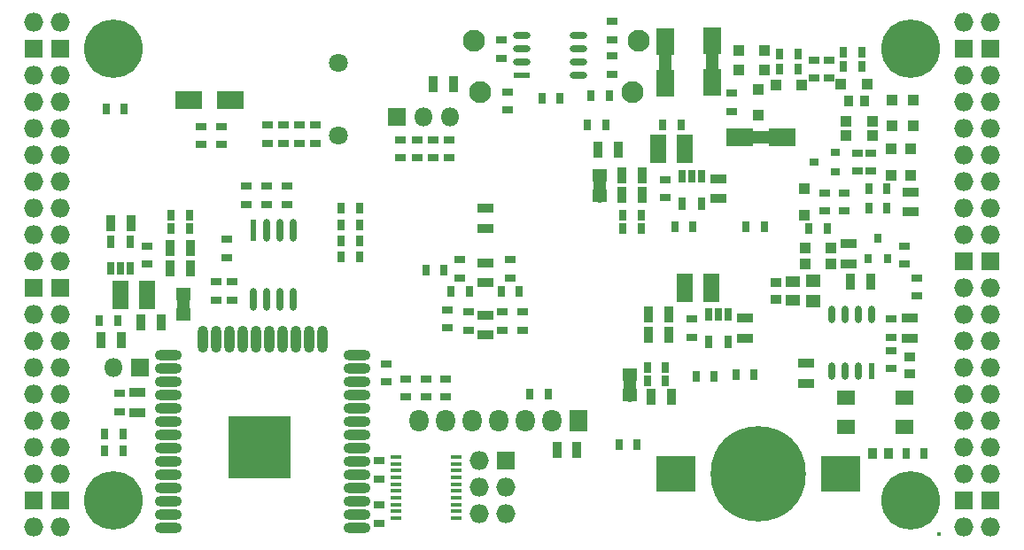
<source format=gbs>
G04 #@! TF.GenerationSoftware,KiCad,Pcbnew,5.0.0-rc2+dfsg1-3*
G04 #@! TF.CreationDate,2018-07-06T12:09:25+02:00*
G04 #@! TF.ProjectId,ulx3s,756C7833732E6B696361645F70636200,rev?*
G04 #@! TF.SameCoordinates,Original*
G04 #@! TF.FileFunction,Soldermask,Bot*
G04 #@! TF.FilePolarity,Negative*
%FSLAX46Y46*%
G04 Gerber Fmt 4.6, Leading zero omitted, Abs format (unit mm)*
G04 Created by KiCad (PCBNEW 5.0.0-rc2+dfsg1-3) date Fri Jul  6 12:09:25 2018*
%MOMM*%
%LPD*%
G01*
G04 APERTURE LIST*
%ADD10C,1.200000*%
%ADD11R,1.800000X2.500000*%
%ADD12R,2.500000X1.800000*%
%ADD13R,1.400000X1.295000*%
%ADD14R,3.700000X3.500000*%
%ADD15C,9.100000*%
%ADD16R,1.550000X0.600000*%
%ADD17O,1.650000X0.700000*%
%ADD18R,0.600000X2.100000*%
%ADD19O,0.700000X2.200000*%
%ADD20R,0.600000X1.550000*%
%ADD21O,0.700000X1.650000*%
%ADD22R,1.000000X0.400000*%
%ADD23R,0.700000X1.200000*%
%ADD24O,2.600000X1.000000*%
%ADD25O,1.000000X2.600000*%
%ADD26R,6.000000X6.000000*%
%ADD27O,1.827200X1.827200*%
%ADD28R,1.727200X1.727200*%
%ADD29C,5.600000*%
%ADD30R,1.727200X2.032000*%
%ADD31O,1.827200X2.132000*%
%ADD32C,1.800000*%
%ADD33R,1.800000X1.400000*%
%ADD34R,0.970000X1.500000*%
%ADD35R,0.670000X1.000000*%
%ADD36R,1.500000X0.970000*%
%ADD37R,1.000000X0.670000*%
%ADD38C,2.100000*%
%ADD39R,1.000000X1.000000*%
%ADD40C,0.400000*%
%ADD41R,1.700000X1.700000*%
%ADD42O,1.800000X1.800000*%
%ADD43R,1.500000X2.700000*%
%ADD44R,0.800000X0.900000*%
%ADD45R,0.900000X0.800000*%
%ADD46R,0.820000X1.000000*%
%ADD47R,1.000000X0.820000*%
%ADD48R,1.400000X1.120000*%
G04 APERTURE END LIST*
D10*
G04 #@! TO.C,RD52*
X160155000Y-64391000D02*
X160155000Y-68391000D01*
G04 #@! TO.C,RD51*
X155710000Y-68518000D02*
X155710000Y-64518000D01*
G04 #@! TO.C,RD9*
X166854000Y-73630000D02*
X162854000Y-73630000D01*
G04 #@! TO.C,RP2*
X109609000Y-88632000D02*
X109609000Y-90632000D01*
G04 #@! TO.C,RP1*
X152281000Y-96361000D02*
X152281000Y-98361000D01*
G04 #@! TO.C,RP3*
X149472000Y-77311000D02*
X149472000Y-79311000D01*
G04 #@! TD*
D11*
G04 #@! TO.C,RD52*
X160155000Y-68391000D03*
X160155000Y-64391000D03*
G04 #@! TD*
G04 #@! TO.C,RD51*
X155710000Y-64518000D03*
X155710000Y-68518000D03*
G04 #@! TD*
D12*
G04 #@! TO.C,RD9*
X162854000Y-73630000D03*
X166854000Y-73630000D03*
G04 #@! TD*
D13*
G04 #@! TO.C,RP2*
X109609000Y-90599500D03*
X109609000Y-88664500D03*
G04 #@! TD*
D14*
G04 #@! TO.C,BAT1*
X172485000Y-105870000D03*
X156685000Y-105870000D03*
D15*
X164585000Y-105870000D03*
G04 #@! TD*
D16*
G04 #@! TO.C,U11*
X141980000Y-67706500D03*
D17*
X141980000Y-66436500D03*
X141980000Y-65166500D03*
X141980000Y-63896500D03*
X147380000Y-63896500D03*
X147380000Y-65166500D03*
X147380000Y-66436500D03*
X147380000Y-67706500D03*
G04 #@! TD*
D18*
G04 #@! TO.C,U10*
X116340000Y-82520000D03*
D19*
X117610000Y-82520000D03*
X118880000Y-82520000D03*
X120150000Y-82520000D03*
X120150000Y-89124000D03*
X118880000Y-89124000D03*
X117610000Y-89124000D03*
X116340000Y-89124000D03*
G04 #@! TD*
D20*
G04 #@! TO.C,U7*
X175395000Y-96015000D03*
D21*
X174125000Y-96015000D03*
X172855000Y-96015000D03*
X171585000Y-96015000D03*
X171585000Y-90615000D03*
X172855000Y-90615000D03*
X174125000Y-90615000D03*
X175395000Y-90615000D03*
G04 #@! TD*
D22*
G04 #@! TO.C,U6*
X129935000Y-104215000D03*
X129935000Y-104865000D03*
X129935000Y-105515000D03*
X129935000Y-106165000D03*
X129935000Y-106815000D03*
X129935000Y-107465000D03*
X129935000Y-108115000D03*
X129935000Y-108765000D03*
X129935000Y-109415000D03*
X129935000Y-110065000D03*
X135735000Y-110065000D03*
X135735000Y-109415000D03*
X135735000Y-108765000D03*
X135735000Y-108115000D03*
X135735000Y-107465000D03*
X135735000Y-106815000D03*
X135735000Y-106165000D03*
X135735000Y-105515000D03*
X135735000Y-104865000D03*
X135735000Y-104215000D03*
G04 #@! TD*
D23*
G04 #@! TO.C,U5*
X157285000Y-77392000D03*
X158235000Y-77392000D03*
X159185000Y-77392000D03*
X159185000Y-79992000D03*
X157285000Y-79992000D03*
G04 #@! TD*
G04 #@! TO.C,U3*
X159825000Y-90600000D03*
X160775000Y-90600000D03*
X161725000Y-90600000D03*
X161725000Y-93200000D03*
X159825000Y-93200000D03*
G04 #@! TD*
G04 #@! TO.C,U4*
X104575000Y-86215000D03*
X103625000Y-86215000D03*
X102675000Y-86215000D03*
X102675000Y-83615000D03*
X104575000Y-83615000D03*
G04 #@! TD*
D24*
G04 #@! TO.C,U9*
X126230000Y-111000000D03*
X126230000Y-109730000D03*
X126230000Y-108460000D03*
X126230000Y-107190000D03*
X126230000Y-105920000D03*
X126230000Y-104650000D03*
X126230000Y-103380000D03*
X126230000Y-102110000D03*
X126230000Y-100840000D03*
X126230000Y-99570000D03*
X126230000Y-98300000D03*
X126230000Y-97030000D03*
X126230000Y-95760000D03*
X126230000Y-94490000D03*
D25*
X122945000Y-93000000D03*
X121675000Y-93000000D03*
X120405000Y-93000000D03*
X119135000Y-93000000D03*
X117865000Y-93000000D03*
X116595000Y-93000000D03*
X115325000Y-93000000D03*
X114055000Y-93000000D03*
X112785000Y-93000000D03*
X111515000Y-93000000D03*
D24*
X108230000Y-94490000D03*
X108230000Y-95760000D03*
X108230000Y-97030000D03*
X108230000Y-98300000D03*
X108230000Y-99570000D03*
X108230000Y-100840000D03*
X108230000Y-102110000D03*
X108230000Y-103380000D03*
X108230000Y-104650000D03*
X108230000Y-105920000D03*
X108230000Y-107190000D03*
X108230000Y-108460000D03*
X108230000Y-109730000D03*
X108230000Y-111000000D03*
D26*
X116930000Y-103300000D03*
G04 #@! TD*
D27*
G04 #@! TO.C,J1*
X97910000Y-62690000D03*
X95370000Y-62690000D03*
D28*
X97910000Y-65230000D03*
X95370000Y-65230000D03*
D27*
X97910000Y-67770000D03*
X95370000Y-67770000D03*
X97910000Y-70310000D03*
X95370000Y-70310000D03*
X97910000Y-72850000D03*
X95370000Y-72850000D03*
X97910000Y-75390000D03*
X95370000Y-75390000D03*
X97910000Y-77930000D03*
X95370000Y-77930000D03*
X97910000Y-80470000D03*
X95370000Y-80470000D03*
X97910000Y-83010000D03*
X95370000Y-83010000D03*
X97910000Y-85550000D03*
X95370000Y-85550000D03*
D28*
X97910000Y-88090000D03*
X95370000Y-88090000D03*
D27*
X97910000Y-90630000D03*
X95370000Y-90630000D03*
X97910000Y-93170000D03*
X95370000Y-93170000D03*
X97910000Y-95710000D03*
X95370000Y-95710000D03*
X97910000Y-98250000D03*
X95370000Y-98250000D03*
X97910000Y-100790000D03*
X95370000Y-100790000D03*
X97910000Y-103330000D03*
X95370000Y-103330000D03*
X97910000Y-105870000D03*
X95370000Y-105870000D03*
D28*
X97910000Y-108410000D03*
X95370000Y-108410000D03*
D27*
X97910000Y-110950000D03*
X95370000Y-110950000D03*
G04 #@! TD*
G04 #@! TO.C,J2*
X184270000Y-110950000D03*
X186810000Y-110950000D03*
D28*
X184270000Y-108410000D03*
X186810000Y-108410000D03*
D27*
X184270000Y-105870000D03*
X186810000Y-105870000D03*
X184270000Y-103330000D03*
X186810000Y-103330000D03*
X184270000Y-100790000D03*
X186810000Y-100790000D03*
X184270000Y-98250000D03*
X186810000Y-98250000D03*
X184270000Y-95710000D03*
X186810000Y-95710000D03*
X184270000Y-93170000D03*
X186810000Y-93170000D03*
X184270000Y-90630000D03*
X186810000Y-90630000D03*
X184270000Y-88090000D03*
X186810000Y-88090000D03*
D28*
X184270000Y-85550000D03*
X186810000Y-85550000D03*
D27*
X184270000Y-83010000D03*
X186810000Y-83010000D03*
X184270000Y-80470000D03*
X186810000Y-80470000D03*
X184270000Y-77930000D03*
X186810000Y-77930000D03*
X184270000Y-75390000D03*
X186810000Y-75390000D03*
X184270000Y-72850000D03*
X186810000Y-72850000D03*
X184270000Y-70310000D03*
X186810000Y-70310000D03*
X184270000Y-67770000D03*
X186810000Y-67770000D03*
D28*
X184270000Y-65230000D03*
X186810000Y-65230000D03*
D27*
X184270000Y-62690000D03*
X186810000Y-62690000D03*
G04 #@! TD*
D29*
G04 #@! TO.C,H1*
X102990000Y-108410000D03*
G04 #@! TD*
G04 #@! TO.C,H2*
X179190000Y-108410000D03*
G04 #@! TD*
G04 #@! TO.C,H3*
X179190000Y-65230000D03*
G04 #@! TD*
G04 #@! TO.C,H4*
X102990000Y-65230000D03*
G04 #@! TD*
D28*
G04 #@! TO.C,J4*
X140455000Y-104600000D03*
D27*
X137915000Y-104600000D03*
X140455000Y-107140000D03*
X137915000Y-107140000D03*
X140455000Y-109680000D03*
X137915000Y-109680000D03*
G04 #@! TD*
D30*
G04 #@! TO.C,OLED1*
X147440000Y-100790000D03*
D31*
X144900000Y-100790000D03*
X142360000Y-100790000D03*
X139820000Y-100790000D03*
X137280000Y-100790000D03*
X134740000Y-100790000D03*
X132200000Y-100790000D03*
G04 #@! TD*
D32*
G04 #@! TO.C,AUDIO1*
X124468000Y-66518000D03*
X124468000Y-73518000D03*
G04 #@! TD*
D33*
G04 #@! TO.C,Y2*
X178576000Y-98522000D03*
X172976000Y-98522000D03*
X172976000Y-101322000D03*
X178576000Y-101322000D03*
G04 #@! TD*
D34*
G04 #@! TO.C,C47*
X133546000Y-68550000D03*
X135456000Y-68550000D03*
G04 #@! TD*
G04 #@! TO.C,C1*
X102748500Y-81885000D03*
X104658500Y-81885000D03*
G04 #@! TD*
D35*
G04 #@! TO.C,C2*
X153985000Y-96910000D03*
X155735000Y-96910000D03*
G04 #@! TD*
D34*
G04 #@! TO.C,C3*
X156015000Y-90630000D03*
X154105000Y-90630000D03*
G04 #@! TD*
G04 #@! TO.C,C4*
X154105000Y-92535000D03*
X156015000Y-92535000D03*
G04 #@! TD*
D36*
G04 #@! TO.C,C5*
X163315000Y-90945000D03*
X163315000Y-92855000D03*
G04 #@! TD*
D35*
G04 #@! TO.C,C6*
X151645000Y-82375000D03*
X153395000Y-82375000D03*
G04 #@! TD*
D34*
G04 #@! TO.C,C7*
X153475000Y-79200000D03*
X151565000Y-79200000D03*
G04 #@! TD*
G04 #@! TO.C,C8*
X153475000Y-77295000D03*
X151565000Y-77295000D03*
G04 #@! TD*
D36*
G04 #@! TO.C,C9*
X160775000Y-79520000D03*
X160775000Y-77610000D03*
G04 #@! TD*
D35*
G04 #@! TO.C,C10*
X108465000Y-81105000D03*
X110215000Y-81105000D03*
G04 #@! TD*
D34*
G04 #@! TO.C,C11*
X108385000Y-84280000D03*
X110295000Y-84280000D03*
G04 #@! TD*
G04 #@! TO.C,C12*
X110295000Y-86185000D03*
X108385000Y-86185000D03*
G04 #@! TD*
D36*
G04 #@! TO.C,C13*
X173221000Y-83833000D03*
X173221000Y-85743000D03*
G04 #@! TD*
D37*
G04 #@! TO.C,C14*
X175380000Y-76900000D03*
X175380000Y-75150000D03*
G04 #@! TD*
D36*
G04 #@! TO.C,C15*
X105276000Y-99967000D03*
X105276000Y-98057000D03*
G04 #@! TD*
D34*
G04 #@! TO.C,C16*
X173424000Y-87473000D03*
X175334000Y-87473000D03*
G04 #@! TD*
D36*
G04 #@! TO.C,C17*
X138500000Y-90665000D03*
X138500000Y-92575000D03*
G04 #@! TD*
D37*
G04 #@! TO.C,C18*
X150589600Y-64359000D03*
X150589600Y-62609000D03*
G04 #@! TD*
D36*
G04 #@! TO.C,C19*
X138500000Y-82375000D03*
X138500000Y-80465000D03*
G04 #@! TD*
G04 #@! TO.C,C20*
X138500000Y-87575000D03*
X138500000Y-85665000D03*
G04 #@! TD*
D34*
G04 #@! TO.C,C21*
X103706000Y-93061000D03*
X101796000Y-93061000D03*
G04 #@! TD*
G04 #@! TO.C,C22*
X154359000Y-98504000D03*
X156269000Y-98504000D03*
G04 #@! TD*
G04 #@! TO.C,C23*
X105591000Y-91392000D03*
X107501000Y-91392000D03*
G04 #@! TD*
G04 #@! TO.C,C24*
X151189000Y-74882000D03*
X149279000Y-74882000D03*
G04 #@! TD*
D37*
G04 #@! TO.C,C25*
X140900000Y-87095000D03*
X140900000Y-85345000D03*
G04 #@! TD*
G04 #@! TO.C,C26*
X136100000Y-87095000D03*
X136100000Y-85345000D03*
G04 #@! TD*
G04 #@! TO.C,C27*
X136900000Y-92095000D03*
X136900000Y-90345000D03*
G04 #@! TD*
G04 #@! TO.C,C28*
X140100000Y-90345000D03*
X140100000Y-92095000D03*
G04 #@! TD*
G04 #@! TO.C,C29*
X142100000Y-92095000D03*
X142100000Y-90345000D03*
G04 #@! TD*
G04 #@! TO.C,C30*
X134900000Y-90145000D03*
X134900000Y-91895000D03*
G04 #@! TD*
D35*
G04 #@! TO.C,C31*
X135225000Y-88420000D03*
X136975000Y-88420000D03*
G04 #@! TD*
G04 #@! TO.C,C32*
X140025000Y-88420000D03*
X141775000Y-88420000D03*
G04 #@! TD*
G04 #@! TO.C,C33*
X163425000Y-82220000D03*
X165175000Y-82220000D03*
G04 #@! TD*
G04 #@! TO.C,C34*
X158375000Y-82220000D03*
X156625000Y-82220000D03*
G04 #@! TD*
D37*
G04 #@! TO.C,C35*
X177300000Y-94025000D03*
X177300000Y-95775000D03*
G04 #@! TD*
D34*
G04 #@! TO.C,C46*
X145342000Y-103584000D03*
X147252000Y-103584000D03*
G04 #@! TD*
D35*
G04 #@! TO.C,C48*
X103995000Y-70963000D03*
X102245000Y-70963000D03*
G04 #@! TD*
G04 #@! TO.C,C49*
X103372000Y-91156000D03*
X101622000Y-91156000D03*
G04 #@! TD*
D37*
G04 #@! TO.C,C50*
X179713000Y-88856000D03*
X179713000Y-87106000D03*
G04 #@! TD*
D35*
G04 #@! TO.C,C51*
X180473000Y-103856000D03*
X178723000Y-103856000D03*
G04 #@! TD*
G04 #@! TO.C,C52*
X158645000Y-96490000D03*
X160395000Y-96490000D03*
G04 #@! TD*
G04 #@! TO.C,C53*
X132827200Y-86330000D03*
X134577200Y-86330000D03*
G04 #@! TD*
D36*
G04 #@! TO.C,C54*
X169172000Y-95281000D03*
X169172000Y-97191000D03*
G04 #@! TD*
G04 #@! TO.C,D11*
X179190000Y-80790000D03*
X179190000Y-78880000D03*
G04 #@! TD*
D38*
G04 #@! TO.C,GPDI1*
X152546000Y-69312000D03*
X138046000Y-69312000D03*
X153146000Y-64412000D03*
X137446000Y-64412000D03*
G04 #@! TD*
D39*
G04 #@! TO.C,D10*
X169050000Y-84280000D03*
X171550000Y-84280000D03*
G04 #@! TD*
G04 #@! TO.C,D12*
X169030000Y-78585000D03*
X169030000Y-81085000D03*
G04 #@! TD*
G04 #@! TO.C,D13*
X171550000Y-85804000D03*
X169050000Y-85804000D03*
G04 #@! TD*
G04 #@! TO.C,D14*
X179190000Y-74775000D03*
X179190000Y-77275000D03*
G04 #@! TD*
G04 #@! TO.C,D15*
X177285000Y-77275000D03*
X177285000Y-74775000D03*
G04 #@! TD*
G04 #@! TO.C,D16*
X172987000Y-73503000D03*
X175487000Y-73503000D03*
G04 #@! TD*
G04 #@! TO.C,D17*
X164585000Y-69060000D03*
X164585000Y-71560000D03*
G04 #@! TD*
G04 #@! TO.C,D20*
X168756000Y-68659000D03*
X166256000Y-68659000D03*
G04 #@! TD*
G04 #@! TO.C,D21*
X174979000Y-68550000D03*
X172479000Y-68550000D03*
G04 #@! TD*
G04 #@! TO.C,D23*
X165200000Y-67262000D03*
X162700000Y-67262000D03*
G04 #@! TD*
G04 #@! TO.C,D24*
X162700000Y-65357000D03*
X165200000Y-65357000D03*
G04 #@! TD*
G04 #@! TO.C,D25*
X177412000Y-72594000D03*
X177412000Y-70094000D03*
G04 #@! TD*
G04 #@! TO.C,D26*
X179444000Y-70094000D03*
X179444000Y-72594000D03*
G04 #@! TD*
D40*
G04 #@! TO.C,AE1*
X181872000Y-111603000D03*
G04 #@! TD*
D37*
G04 #@! TO.C,R49*
X113277000Y-74360000D03*
X113277000Y-72610000D03*
G04 #@! TD*
G04 #@! TO.C,R50*
X111372000Y-72610000D03*
X111372000Y-74360000D03*
G04 #@! TD*
D35*
G04 #@! TO.C,R51*
X155455000Y-72487000D03*
X157205000Y-72487000D03*
G04 #@! TD*
D37*
G04 #@! TO.C,R52*
X171331000Y-66278000D03*
X171331000Y-68028000D03*
G04 #@! TD*
G04 #@! TO.C,R53*
X169919000Y-68028000D03*
X169919000Y-66278000D03*
G04 #@! TD*
D35*
G04 #@! TO.C,R54*
X174477000Y-65502000D03*
X172727000Y-65502000D03*
G04 #@! TD*
D37*
G04 #@! TO.C,R56*
X128390000Y-106321000D03*
X128390000Y-104571000D03*
G04 #@! TD*
G04 #@! TO.C,R57*
X117722000Y-72483000D03*
X117722000Y-74233000D03*
G04 #@! TD*
G04 #@! TO.C,R58*
X119246000Y-74233000D03*
X119246000Y-72483000D03*
G04 #@! TD*
G04 #@! TO.C,R59*
X120770000Y-72483000D03*
X120770000Y-74233000D03*
G04 #@! TD*
G04 #@! TO.C,R60*
X122294000Y-74233000D03*
X122294000Y-72483000D03*
G04 #@! TD*
D35*
G04 #@! TO.C,R61*
X145655000Y-69900000D03*
X143905000Y-69900000D03*
G04 #@! TD*
D41*
G04 #@! TO.C,J3*
X105530000Y-95710000D03*
D42*
X102990000Y-95710000D03*
G04 #@! TD*
D41*
G04 #@! TO.C,J5*
X130056000Y-71725000D03*
D42*
X132596000Y-71725000D03*
X135136000Y-71725000D03*
G04 #@! TD*
D35*
G04 #@! TO.C,R40*
X166631000Y-65738000D03*
X168381000Y-65738000D03*
G04 #@! TD*
D37*
G04 #@! TO.C,R55*
X134740000Y-96740000D03*
X134740000Y-98490000D03*
G04 #@! TD*
D36*
G04 #@! TO.C,C55*
X179078000Y-90963000D03*
X179078000Y-92873000D03*
G04 #@! TD*
D37*
G04 #@! TO.C,R65*
X177300000Y-92793000D03*
X177300000Y-91043000D03*
G04 #@! TD*
D43*
G04 #@! TO.C,L1*
X160140000Y-88090000D03*
X157600000Y-88090000D03*
G04 #@! TD*
G04 #@! TO.C,L2*
X103625000Y-88725000D03*
X106165000Y-88725000D03*
G04 #@! TD*
G04 #@! TO.C,L3*
X155060000Y-74755000D03*
X157600000Y-74755000D03*
G04 #@! TD*
D35*
G04 #@! TO.C,R1*
X171175000Y-82375000D03*
X169425000Y-82375000D03*
G04 #@! TD*
D37*
G04 #@! TO.C,R2*
X172840000Y-78960000D03*
X172840000Y-80710000D03*
G04 #@! TD*
G04 #@! TO.C,R3*
X162045000Y-71185000D03*
X162045000Y-69435000D03*
G04 #@! TD*
D35*
G04 #@! TO.C,R4*
X176890000Y-80470000D03*
X175140000Y-80470000D03*
G04 #@! TD*
D37*
G04 #@! TO.C,R5*
X174110000Y-75150000D03*
X174110000Y-76900000D03*
G04 #@! TD*
G04 #@! TO.C,R6*
X178555000Y-85790000D03*
X178555000Y-84040000D03*
G04 #@! TD*
G04 #@! TO.C,R7*
X113785000Y-85155000D03*
X113785000Y-83405000D03*
G04 #@! TD*
G04 #@! TO.C,R8*
X170935000Y-80710000D03*
X170935000Y-78960000D03*
G04 #@! TD*
G04 #@! TO.C,R9*
X128390000Y-110555000D03*
X128390000Y-108805000D03*
G04 #@! TD*
D35*
G04 #@! TO.C,R10*
X151264000Y-103076000D03*
X153014000Y-103076000D03*
G04 #@! TD*
D37*
G04 #@! TO.C,R11*
X119515000Y-80093000D03*
X119515000Y-78343000D03*
G04 #@! TD*
G04 #@! TO.C,R12*
X114308000Y-89219000D03*
X114308000Y-87469000D03*
G04 #@! TD*
D35*
G04 #@! TO.C,R13*
X175140000Y-78565000D03*
X176890000Y-78565000D03*
G04 #@! TD*
G04 #@! TO.C,R14*
X124721000Y-85060000D03*
X126471000Y-85060000D03*
G04 #@! TD*
G04 #@! TO.C,R15*
X126471000Y-83536000D03*
X124721000Y-83536000D03*
G04 #@! TD*
G04 #@! TO.C,R16*
X124721000Y-82012000D03*
X126471000Y-82012000D03*
G04 #@! TD*
G04 #@! TO.C,R17*
X126471000Y-80470000D03*
X124721000Y-80470000D03*
G04 #@! TD*
D37*
G04 #@! TO.C,R18*
X130422000Y-73898000D03*
X130422000Y-75648000D03*
G04 #@! TD*
G04 #@! TO.C,R19*
X131961000Y-73898000D03*
X131961000Y-75648000D03*
G04 #@! TD*
G04 #@! TO.C,R20*
X133485000Y-73898000D03*
X133485000Y-75648000D03*
G04 #@! TD*
G04 #@! TO.C,R21*
X135009000Y-75648000D03*
X135009000Y-73898000D03*
G04 #@! TD*
G04 #@! TO.C,R22*
X140025500Y-66105000D03*
X140025500Y-64355000D03*
G04 #@! TD*
G04 #@! TO.C,R23*
X140597000Y-71076000D03*
X140597000Y-69326000D03*
G04 #@! TD*
G04 #@! TO.C,R24*
X150615000Y-67647000D03*
X150615000Y-65897000D03*
G04 #@! TD*
D35*
G04 #@! TO.C,R25*
X148300000Y-72487000D03*
X150050000Y-72487000D03*
G04 #@! TD*
G04 #@! TO.C,R26*
X150362000Y-69693000D03*
X148612000Y-69693000D03*
G04 #@! TD*
D37*
G04 #@! TO.C,R27*
X129025000Y-95300000D03*
X129025000Y-97050000D03*
G04 #@! TD*
G04 #@! TO.C,R28*
X117595000Y-78343000D03*
X117595000Y-80093000D03*
G04 #@! TD*
G04 #@! TO.C,R29*
X112784000Y-89219000D03*
X112784000Y-87469000D03*
G04 #@! TD*
G04 #@! TO.C,R30*
X115690000Y-78343000D03*
X115690000Y-80093000D03*
G04 #@! TD*
D35*
G04 #@! TO.C,R31*
X142755000Y-98250000D03*
X144505000Y-98250000D03*
G04 #@! TD*
D37*
G04 #@! TO.C,R32*
X132835000Y-98490000D03*
X132835000Y-96740000D03*
G04 #@! TD*
G04 #@! TO.C,R33*
X130930000Y-96740000D03*
X130930000Y-98490000D03*
G04 #@! TD*
D35*
G04 #@! TO.C,R34*
X102115000Y-103600000D03*
X103865000Y-103600000D03*
G04 #@! TD*
G04 #@! TO.C,R35*
X102115000Y-102060000D03*
X103865000Y-102060000D03*
G04 #@! TD*
D37*
G04 #@! TO.C,R38*
X103576500Y-99905000D03*
X103576500Y-98155000D03*
G04 #@! TD*
D35*
G04 #@! TO.C,R39*
X164190000Y-96345000D03*
X162440000Y-96345000D03*
G04 #@! TD*
G04 #@! TO.C,R63*
X168381000Y-67135000D03*
X166631000Y-67135000D03*
G04 #@! TD*
G04 #@! TO.C,R64*
X174475000Y-66899000D03*
X172725000Y-66899000D03*
G04 #@! TD*
G04 #@! TO.C,RA1*
X153985000Y-95640000D03*
X155735000Y-95640000D03*
G04 #@! TD*
G04 #@! TO.C,RA2*
X110215000Y-82375000D03*
X108465000Y-82375000D03*
G04 #@! TD*
G04 #@! TO.C,RA3*
X151645000Y-81105000D03*
X153395000Y-81105000D03*
G04 #@! TD*
D37*
G04 #@! TO.C,RB1*
X158235000Y-92775000D03*
X158235000Y-91025000D03*
G04 #@! TD*
G04 #@! TO.C,RB2*
X106165000Y-85790000D03*
X106165000Y-84040000D03*
G04 #@! TD*
G04 #@! TO.C,RB3*
X155695000Y-79440000D03*
X155695000Y-77690000D03*
G04 #@! TD*
D12*
G04 #@! TO.C,D8*
X110149000Y-70074000D03*
X114149000Y-70074000D03*
G04 #@! TD*
D44*
G04 #@! TO.C,Q1*
X176015000Y-83280000D03*
X175065000Y-85280000D03*
X176965000Y-85280000D03*
G04 #@! TD*
D45*
G04 #@! TO.C,Q2*
X171935000Y-75075000D03*
X171935000Y-76975000D03*
X169935000Y-76025000D03*
G04 #@! TD*
D39*
G04 #@! TO.C,D27*
X175502000Y-72106000D03*
X173002000Y-72106000D03*
G04 #@! TD*
D46*
G04 #@! TO.C,R66*
X173198000Y-70201000D03*
X174798000Y-70201000D03*
G04 #@! TD*
D47*
G04 #@! TO.C,C56*
X179078000Y-96274000D03*
X179078000Y-94674000D03*
G04 #@! TD*
D46*
G04 #@! TO.C,C57*
X177084000Y-103856000D03*
X175484000Y-103856000D03*
G04 #@! TD*
D48*
G04 #@! TO.C,C58*
X167902000Y-89242000D03*
X167902000Y-87482000D03*
G04 #@! TD*
D47*
G04 #@! TO.C,C59*
X166251000Y-89162000D03*
X166251000Y-87562000D03*
G04 #@! TD*
D13*
G04 #@! TO.C,L4*
X169807000Y-87394500D03*
X169807000Y-89329500D03*
G04 #@! TD*
G04 #@! TO.C,RP1*
X152281000Y-98328500D03*
X152281000Y-96393500D03*
G04 #@! TD*
G04 #@! TO.C,RP3*
X149472000Y-77343500D03*
X149472000Y-79278500D03*
G04 #@! TD*
M02*

</source>
